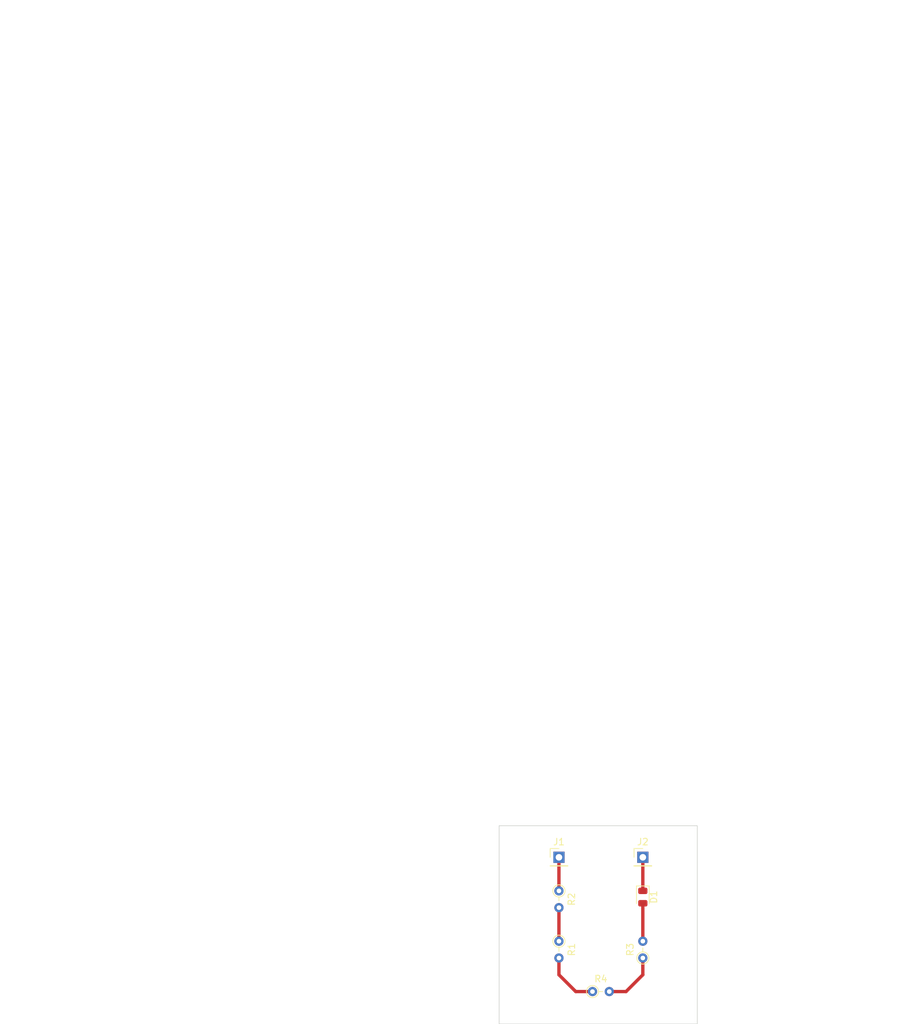
<source format=kicad_pcb>
(kicad_pcb (version 20221018) (generator pcbnew)
  (title_block (title "HelloPCB") (date "27.02.2023") (rev "1.0") (company "DOSTI Innovation Centre") (comment 2 "Molganov A.A. & Esmagambet D.A.") (comment 3 "Molganov A.A.") (comment 4 "Molganov A.A.") (comment 5 "Molganov A.A.") (comment 6 "Molganov A.A.") (comment 7 "Verified"))
  (layers (0 "F.Cu" signal) (31 "B.Cu" signal) (34 "B.Paste" user) (35 "F.Paste" user) (36 "B.SilkS" user "B.Silkscreen") (37 "F.SilkS" user "F.Silkscreen") (38 "B.Mask" user) (39 "F.Mask" user) (44 "Edge.Cuts" user))
  (net 0 "")
  (net 1 "Net-(D1-K)")
  (net 2 "Net-(D1-A)")
  (net 3 "Net-(J1-Pin_1)")
  (net 4 "Net-(R1-Pad2)")
  (net 5 "Net-(R1-Pad1)")
  (net 6 "Net-(R3-Pad1)")
  (footprint "Connector_PinHeader_2.54mm:PinHeader_1x01_P2.54mm_Vertical" (layer "F.Cu") (at 111.76 144.78)
    (fp_text reference "J2" (at 0 -2.33) (layer "F.SilkS"))
    (fp_text value "Conn_01x01_Pin")
    (fp_line (start -1.33 -1.33) (end 0 -1.33) (stroke (width 0.12)) (layer "F.SilkS"))
    (fp_line (start -1.33 0) (end -1.33 -1.33) (stroke (width 0.12)) (layer "F.SilkS"))
    (fp_line (start -1.33 1.27) (end -1.33 1.33) (stroke (width 0.12)) (layer "F.SilkS"))
    (fp_line (start -1.33 1.27) (end 1.33 1.27) (stroke (width 0.12)) (layer "F.SilkS"))
    (fp_line (start -1.33 1.33) (end 1.33 1.33) (stroke (width 0.12)) (layer "F.SilkS"))
    (fp_line (start 1.33 1.27) (end 1.33 1.33) (stroke (width 0.12)) (layer "F.SilkS"))
    (pad "1" thru_hole rect (at 0 0) (size 1.7 1.7) (drill 1) (layers "*.Cu" "*.Mask") (net 1 "Net-(D1-K)"))
  )
  (footprint "LED_SMD:LED_0805_2012Metric" (layer "F.Cu") (at 111.76 150.7975 -90)
    (fp_text reference "D1" (at 0 -1.65 90) (layer "F.SilkS"))
    (fp_text value "LED")
    (fp_line (start -1.685 -0.96) (end -1.685 0.96) (stroke (width 0.12)) (layer "F.SilkS"))
    (fp_line (start -1.685 0.96) (end 1 0.96) (stroke (width 0.12)) (layer "F.SilkS"))
    (fp_line (start 1 -0.96) (end -1.685 -0.96) (stroke (width 0.12)) (layer "F.SilkS"))
    (pad "1" smd roundrect (at -0.9375 0 270) (size 0.975 1.4) (layers "F.Cu" "F.Paste" "F.Mask") (net 1 "Net-(D1-K)"))
    (pad "2" smd roundrect (at 0.9375 0 270) (size 0.975 1.4) (layers "F.Cu" "F.Paste" "F.Mask") (net 2 "Net-(D1-A)"))
  )
  (footprint "Resistor_THT:R_Axial_DIN0204_L3.6mm_D1.6mm_P2.54mm_Vertical" (layer "F.Cu") (at 99.06 157.48 -90)
    (fp_text reference "R1" (at 1.27 -1.92 90) (layer "F.SilkS"))
    (fp_text value "220")
    (fp_line (start 0.92 0) (end 1.54 0) (stroke (width 0.12)) (layer "F.SilkS"))
    (fp_circle (center 0 0) (end 0.92 0) (stroke (width 0.12)) (fill none) (layer "F.SilkS"))
    (pad "1" thru_hole circle (at 0 0 270) (size 1.4 1.4) (drill 0.7) (layers "*.Cu" "*.Mask") (net 5 "Net-(R1-Pad1)"))
    (pad "2" thru_hole oval (at 2.54 0 270) (size 1.4 1.4) (drill 0.7) (layers "*.Cu" "*.Mask") (net 4 "Net-(R1-Pad2)"))
  )
  (footprint "Resistor_THT:R_Axial_DIN0204_L3.6mm_D1.6mm_P2.54mm_Vertical" (layer "F.Cu") (at 111.76 160.02 90)
    (fp_text reference "R3" (at 1.27 -1.92 90) (layer "F.SilkS"))
    (fp_text value "220")
    (fp_line (start 0.92 0) (end 1.54 0) (stroke (width 0.12)) (layer "F.SilkS"))
    (fp_circle (center 0 0) (end 0.92 0) (stroke (width 0.12)) (fill none) (layer "F.SilkS"))
    (pad "1" thru_hole circle (at 0 0 90) (size 1.4 1.4) (drill 0.7) (layers "*.Cu" "*.Mask") (net 6 "Net-(R3-Pad1)"))
    (pad "2" thru_hole oval (at 2.54 0 90) (size 1.4 1.4) (drill 0.7) (layers "*.Cu" "*.Mask") (net 2 "Net-(D1-A)"))
  )
  (footprint "Connector_PinHeader_2.54mm:PinHeader_1x01_P2.54mm_Vertical" (layer "F.Cu") (at 99.06 144.78)
    (fp_text reference "J1" (at 0 -2.33) (layer "F.SilkS"))
    (fp_text value "Conn_01x01_Pin")
    (fp_line (start -1.33 -1.33) (end 0 -1.33) (stroke (width 0.12)) (layer "F.SilkS"))
    (fp_line (start -1.33 0) (end -1.33 -1.33) (stroke (width 0.12)) (layer "F.SilkS"))
    (fp_line (start -1.33 1.27) (end -1.33 1.33) (stroke (width 0.12)) (layer "F.SilkS"))
    (fp_line (start -1.33 1.27) (end 1.33 1.27) (stroke (width 0.12)) (layer "F.SilkS"))
    (fp_line (start -1.33 1.33) (end 1.33 1.33) (stroke (width 0.12)) (layer "F.SilkS"))
    (fp_line (start 1.33 1.27) (end 1.33 1.33) (stroke (width 0.12)) (layer "F.SilkS"))
    (pad "1" thru_hole rect (at 0 0) (size 1.7 1.7) (drill 1) (layers "*.Cu" "*.Mask") (net 3 "Net-(J1-Pin_1)"))
  )
  (footprint "Resistor_THT:R_Axial_DIN0204_L3.6mm_D1.6mm_P2.54mm_Vertical" (layer "F.Cu") (at 104.14 165.1)
    (fp_text reference "R4" (at 1.27 -1.92) (layer "F.SilkS"))
    (fp_text value "220")
    (fp_line (start 0.92 0) (end 1.54 0) (stroke (width 0.12)) (layer "F.SilkS"))
    (fp_circle (center 0 0) (end 0.92 0) (stroke (width 0.12)) (fill none) (layer "F.SilkS"))
    (pad "1" thru_hole circle (at 0 0) (size 1.4 1.4) (drill 0.7) (layers "*.Cu" "*.Mask") (net 4 "Net-(R1-Pad2)"))
    (pad "2" thru_hole oval (at 2.54 0) (size 1.4 1.4) (drill 0.7) (layers "*.Cu" "*.Mask") (net 6 "Net-(R3-Pad1)"))
  )
  (footprint "Resistor_THT:R_Axial_DIN0204_L3.6mm_D1.6mm_P2.54mm_Vertical" (layer "F.Cu") (at 99.06 149.86 -90)
    (fp_text reference "R2" (at 1.27 -1.92 90) (layer "F.SilkS"))
    (fp_text value "220")
    (fp_line (start 0.92 0) (end 1.54 0) (stroke (width 0.12)) (layer "F.SilkS"))
    (fp_circle (center 0 0) (end 0.92 0) (stroke (width 0.12)) (fill none) (layer "F.SilkS"))
    (pad "1" thru_hole circle (at 0 0 270) (size 1.4 1.4) (drill 0.7) (layers "*.Cu" "*.Mask") (net 3 "Net-(J1-Pin_1)"))
    (pad "2" thru_hole oval (at 2.54 0 270) (size 1.4 1.4) (drill 0.7) (layers "*.Cu" "*.Mask") (net 5 "Net-(R1-Pad1)"))
  )
  (gr_rect locked (start 90 140) (end 120 170) (stroke (width 0.1)) (fill none) (layer "Edge.Cuts"))
  (segment (start 111.76 149.86) (end 111.76 144.78) (width 0.5) (layer "F.Cu") (net 1))
  (segment (start 111.76 157.48) (end 111.76 151.735) (width 0.5) (layer "F.Cu") (net 2))
  (segment (start 99.06 144.78) (end 99.06 149.86) (width 0.5) (layer "F.Cu") (net 3))
  (segment (start 99.06 162.56) (end 101.6 165.1) (width 0.5) (layer "F.Cu") (net 4))
  (segment (start 101.6 165.1) (end 104.14 165.1) (width 0.5) (layer "F.Cu") (net 4))
  (segment (start 99.06 160.02) (end 99.06 162.56) (width 0.5) (layer "F.Cu") (net 4))
  (segment (start 99.06 152.4) (end 99.06 157.48) (width 0.5) (layer "F.Cu") (net 5))
  (segment (start 111.76 162.56) (end 111.76 160.02) (width 0.5) (layer "F.Cu") (net 6))
  (segment (start 109.22 165.1) (end 111.76 162.56) (width 0.5) (layer "F.Cu") (net 6))
  (segment (start 106.68 165.1) (end 109.22 165.1) (width 0.5) (layer "F.Cu") (net 6))
)
</source>
